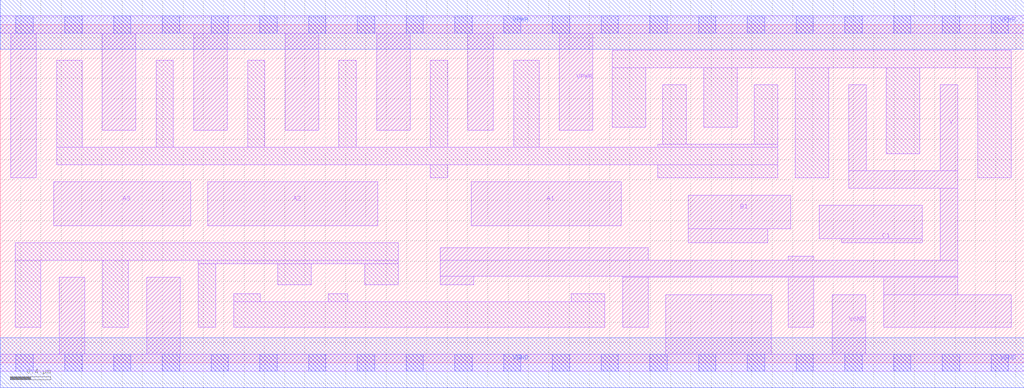
<source format=lef>
# Copyright 2020 The SkyWater PDK Authors
#
# Licensed under the Apache License, Version 2.0 (the "License");
# you may not use this file except in compliance with the License.
# You may obtain a copy of the License at
#
#     https://www.apache.org/licenses/LICENSE-2.0
#
# Unless required by applicable law or agreed to in writing, software
# distributed under the License is distributed on an "AS IS" BASIS,
# WITHOUT WARRANTIES OR CONDITIONS OF ANY KIND, either express or implied.
# See the License for the specific language governing permissions and
# limitations under the License.
#
# SPDX-License-Identifier: Apache-2.0

VERSION 5.7 ;
  NAMESCASESENSITIVE ON ;
  NOWIREEXTENSIONATPIN ON ;
  DIVIDERCHAR "/" ;
  BUSBITCHARS "[]" ;
UNITS
  DATABASE MICRONS 200 ;
END UNITS
MACRO sky130_fd_sc_hs__a311oi_4
  CLASS CORE ;
  SOURCE USER ;
  FOREIGN sky130_fd_sc_hs__a311oi_4 ;
  ORIGIN  0.000000  0.000000 ;
  SIZE  10.08000 BY  3.330000 ;
  SYMMETRY X Y ;
  SITE unit ;
  PIN A1
    ANTENNAGATEAREA  1.116000 ;
    DIRECTION INPUT ;
    USE SIGNAL ;
    PORT
      LAYER li1 ;
        RECT 4.635000 1.350000 6.115000 1.780000 ;
    END
  END A1
  PIN A2
    ANTENNAGATEAREA  1.116000 ;
    DIRECTION INPUT ;
    USE SIGNAL ;
    PORT
      LAYER li1 ;
        RECT 2.045000 1.350000 3.715000 1.780000 ;
    END
  END A2
  PIN A3
    ANTENNAGATEAREA  1.116000 ;
    DIRECTION INPUT ;
    USE SIGNAL ;
    PORT
      LAYER li1 ;
        RECT 0.525000 1.350000 1.875000 1.780000 ;
    END
  END A3
  PIN B1
    ANTENNAGATEAREA  0.894000 ;
    DIRECTION INPUT ;
    USE SIGNAL ;
    PORT
      LAYER li1 ;
        RECT 6.775000 1.180000 7.555000 1.320000 ;
        RECT 6.775000 1.320000 7.785000 1.650000 ;
    END
  END B1
  PIN C1
    ANTENNAGATEAREA  0.894000 ;
    DIRECTION INPUT ;
    USE SIGNAL ;
    PORT
      LAYER li1 ;
        RECT 8.065000 1.220000 9.075000 1.550000 ;
        RECT 8.285000 1.180000 9.075000 1.220000 ;
    END
  END C1
  PIN Y
    ANTENNADIFFAREA  1.700600 ;
    DIRECTION OUTPUT ;
    USE SIGNAL ;
    PORT
      LAYER li1 ;
        RECT 4.330000 0.770000 4.660000 0.850000 ;
        RECT 4.330000 0.850000 9.425000 1.010000 ;
        RECT 4.330000 1.010000 6.380000 1.130000 ;
        RECT 6.130000 0.350000 6.380000 0.840000 ;
        RECT 6.130000 0.840000 9.425000 0.850000 ;
        RECT 7.760000 0.350000 8.010000 0.840000 ;
        RECT 7.760000 1.010000 8.010000 1.050000 ;
        RECT 8.355000 1.720000 9.425000 1.890000 ;
        RECT 8.355000 1.890000 8.525000 2.735000 ;
        RECT 8.700000 0.350000 9.955000 0.670000 ;
        RECT 8.700000 0.670000 9.425000 0.840000 ;
        RECT 9.255000 1.010000 9.425000 1.720000 ;
        RECT 9.255000 1.890000 9.425000 2.735000 ;
    END
  END Y
  PIN VGND
    DIRECTION INOUT ;
    USE GROUND ;
    PORT
      LAYER li1 ;
        RECT 0.000000 -0.085000 10.080000 0.085000 ;
        RECT 0.580000  0.085000  0.830000 0.840000 ;
        RECT 1.440000  0.085000  1.770000 0.840000 ;
        RECT 6.550000  0.085000  7.590000 0.670000 ;
        RECT 8.190000  0.085000  8.520000 0.670000 ;
      LAYER mcon ;
        RECT 0.155000 -0.085000 0.325000 0.085000 ;
        RECT 0.635000 -0.085000 0.805000 0.085000 ;
        RECT 1.115000 -0.085000 1.285000 0.085000 ;
        RECT 1.595000 -0.085000 1.765000 0.085000 ;
        RECT 2.075000 -0.085000 2.245000 0.085000 ;
        RECT 2.555000 -0.085000 2.725000 0.085000 ;
        RECT 3.035000 -0.085000 3.205000 0.085000 ;
        RECT 3.515000 -0.085000 3.685000 0.085000 ;
        RECT 3.995000 -0.085000 4.165000 0.085000 ;
        RECT 4.475000 -0.085000 4.645000 0.085000 ;
        RECT 4.955000 -0.085000 5.125000 0.085000 ;
        RECT 5.435000 -0.085000 5.605000 0.085000 ;
        RECT 5.915000 -0.085000 6.085000 0.085000 ;
        RECT 6.395000 -0.085000 6.565000 0.085000 ;
        RECT 6.875000 -0.085000 7.045000 0.085000 ;
        RECT 7.355000 -0.085000 7.525000 0.085000 ;
        RECT 7.835000 -0.085000 8.005000 0.085000 ;
        RECT 8.315000 -0.085000 8.485000 0.085000 ;
        RECT 8.795000 -0.085000 8.965000 0.085000 ;
        RECT 9.275000 -0.085000 9.445000 0.085000 ;
        RECT 9.755000 -0.085000 9.925000 0.085000 ;
      LAYER met1 ;
        RECT 0.000000 -0.245000 10.080000 0.245000 ;
    END
  END VGND
  PIN VPWR
    DIRECTION INOUT ;
    USE POWER ;
    PORT
      LAYER li1 ;
        RECT 0.000000 3.245000 10.080000 3.415000 ;
        RECT 0.105000 1.820000  0.355000 3.245000 ;
        RECT 1.005000 2.290000  1.335000 3.245000 ;
        RECT 1.905000 2.290000  2.235000 3.245000 ;
        RECT 2.805000 2.290000  3.135000 3.245000 ;
        RECT 3.705000 2.290000  4.035000 3.245000 ;
        RECT 4.605000 2.290000  4.855000 3.245000 ;
        RECT 5.505000 2.290000  5.835000 3.245000 ;
      LAYER mcon ;
        RECT 0.155000 3.245000 0.325000 3.415000 ;
        RECT 0.635000 3.245000 0.805000 3.415000 ;
        RECT 1.115000 3.245000 1.285000 3.415000 ;
        RECT 1.595000 3.245000 1.765000 3.415000 ;
        RECT 2.075000 3.245000 2.245000 3.415000 ;
        RECT 2.555000 3.245000 2.725000 3.415000 ;
        RECT 3.035000 3.245000 3.205000 3.415000 ;
        RECT 3.515000 3.245000 3.685000 3.415000 ;
        RECT 3.995000 3.245000 4.165000 3.415000 ;
        RECT 4.475000 3.245000 4.645000 3.415000 ;
        RECT 4.955000 3.245000 5.125000 3.415000 ;
        RECT 5.435000 3.245000 5.605000 3.415000 ;
        RECT 5.915000 3.245000 6.085000 3.415000 ;
        RECT 6.395000 3.245000 6.565000 3.415000 ;
        RECT 6.875000 3.245000 7.045000 3.415000 ;
        RECT 7.355000 3.245000 7.525000 3.415000 ;
        RECT 7.835000 3.245000 8.005000 3.415000 ;
        RECT 8.315000 3.245000 8.485000 3.415000 ;
        RECT 8.795000 3.245000 8.965000 3.415000 ;
        RECT 9.275000 3.245000 9.445000 3.415000 ;
        RECT 9.755000 3.245000 9.925000 3.415000 ;
      LAYER met1 ;
        RECT 0.000000 3.085000 10.080000 3.575000 ;
    END
  END VPWR
  OBS
    LAYER li1 ;
      RECT 0.150000 0.350000 0.400000 1.010000 ;
      RECT 0.150000 1.010000 3.920000 1.180000 ;
      RECT 0.555000 1.950000 7.655000 2.120000 ;
      RECT 0.555000 2.120000 0.805000 2.980000 ;
      RECT 1.010000 0.350000 1.260000 1.010000 ;
      RECT 1.535000 2.120000 1.705000 2.980000 ;
      RECT 1.950000 0.350000 2.120000 0.975000 ;
      RECT 1.950000 0.975000 3.920000 1.010000 ;
      RECT 2.300000 0.350000 5.950000 0.600000 ;
      RECT 2.300000 0.600000 2.560000 0.680000 ;
      RECT 2.435000 2.120000 2.605000 2.980000 ;
      RECT 2.730000 0.770000 3.060000 0.975000 ;
      RECT 3.230000 0.600000 3.420000 0.680000 ;
      RECT 3.335000 2.120000 3.505000 2.980000 ;
      RECT 3.590000 0.770000 3.920000 0.975000 ;
      RECT 4.235000 1.820000 4.405000 1.950000 ;
      RECT 4.235000 2.120000 4.405000 2.980000 ;
      RECT 5.055000 2.120000 5.305000 2.980000 ;
      RECT 5.620000 0.600000 5.950000 0.680000 ;
      RECT 6.025000 2.320000 6.355000 2.905000 ;
      RECT 6.025000 2.905000 9.955000 3.075000 ;
      RECT 6.475000 1.820000 7.655000 1.950000 ;
      RECT 6.475000 2.120000 7.655000 2.150000 ;
      RECT 6.525000 2.150000 6.755000 2.735000 ;
      RECT 6.925000 2.320000 7.255000 2.905000 ;
      RECT 7.425000 2.150000 7.655000 2.735000 ;
      RECT 7.825000 1.820000 8.155000 2.905000 ;
      RECT 8.725000 2.060000 9.055000 2.905000 ;
      RECT 9.625000 1.820000 9.955000 2.905000 ;
  END
END sky130_fd_sc_hs__a311oi_4

</source>
